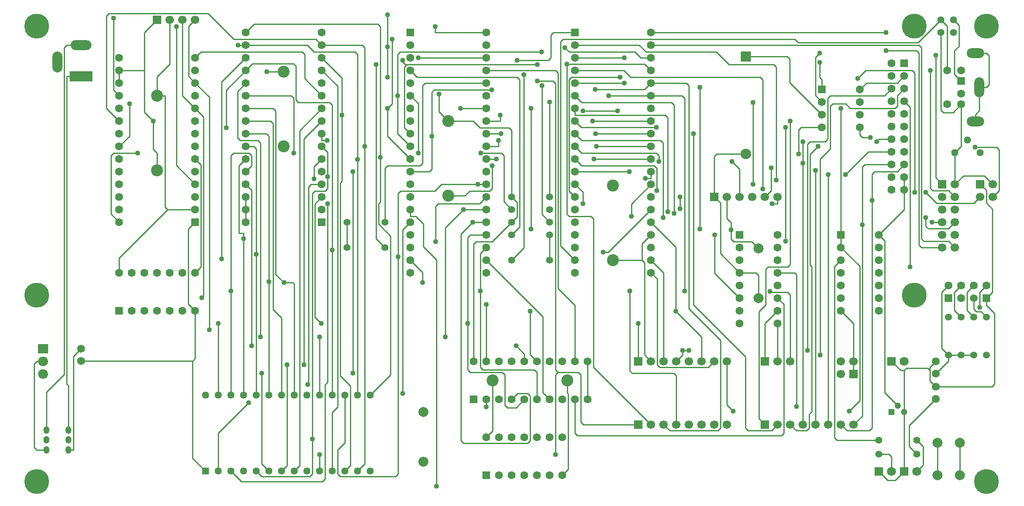
<source format=gbr>
%TF.GenerationSoftware,Novarm,DipTrace,4.3.0.4*%
%TF.CreationDate,2023-05-10T15:20:19+01:00*%
%FSLAX26Y26*%
%MOIN*%
%TF.FileFunction,Copper,L2,Bot*%
%TF.Part,Single*%
%TA.AperFunction,Conductor*%
%ADD13C,0.009843*%
%TA.AperFunction,ComponentPad*%
%ADD16R,0.062992X0.062992*%
%ADD17C,0.062992*%
%ADD18C,0.055118*%
%ADD19C,0.055118*%
%ADD20R,0.066929X0.066929*%
%ADD21C,0.066929*%
%ADD22C,0.07874*%
%ADD23R,0.051181X0.051181*%
%ADD24C,0.051181*%
%ADD25C,0.066929*%
%ADD26C,0.19685*%
%ADD27C,0.062992*%
%ADD28C,0.094488*%
%ADD29R,0.056693X0.056693*%
%ADD30C,0.056693*%
%ADD31O,0.137795X0.07874*%
%ADD32O,0.07874X0.15748*%
%ADD33R,0.070866X0.070866*%
%ADD34C,0.070866*%
%ADD35O,0.047244X0.06*%
%ADD36R,0.181102X0.07874*%
%ADD37O,0.165354X0.07874*%
%ADD38O,0.07874X0.165354*%
%ADD39R,0.07874X0.075*%
%ADD40O,0.07874X0.075*%
%ADD43C,0.056693*%
%ADD44C,0.06*%
%ADD45C,0.03937*%
%ADD46R,0.082677X0.082677*%
%ADD47C,0.082677*%
%TA.AperFunction,ViaPad*%
%ADD48C,0.04*%
G75*
G01*
%LPD*%
X7643701Y1395276D2*
D13*
X7743701Y1495276D1*
Y1543701D1*
X7843701D1*
X7743701D2*
X7689964Y1597437D1*
Y2039964D1*
X7743701Y2093701D1*
X7843701Y1543701D2*
X7943701D1*
X3718897Y3605197D2*
Y3468111D1*
X3793307Y3393701D1*
X7343701Y1143701D2*
X7239960Y1247441D1*
Y2447441D1*
X7193701Y2493701D1*
X1193701Y2194488D2*
Y2311615D1*
X1575787Y2693702D1*
X1556102Y2713387D1*
Y3593701D1*
X1494094D1*
X5897327Y2493701D2*
Y2190074D1*
X6093701Y1993701D1*
X7683465Y4093701D2*
Y3479720D1*
X7703149Y3460036D1*
X7777752D1*
X7843701Y3525984D1*
X7643701Y1195276D2*
X7434059Y985634D1*
Y819878D1*
X7493701Y760236D1*
X5393701Y2493701D2*
X5322244Y2422244D1*
Y2293701D1*
X5341929Y2274016D1*
Y1545472D1*
X5393701Y1493701D1*
X7394094Y3748425D2*
X7340355Y3694686D1*
X7095473D1*
X7044094Y3643307D1*
X6243701Y2387402D2*
X6189563Y2441540D1*
X6046854D1*
X6027169Y2461225D1*
Y2533705D1*
X4143701Y1343701D2*
Y943701D1*
X4093701Y893701D1*
X1794094Y2693701D2*
X1575787Y2693702D1*
X5093701Y2293701D2*
X5322244D1*
X2993701Y2593701D2*
Y2393701D1*
X4593701Y2293701D2*
Y2493701D1*
X2194094Y2793701D2*
Y2693701D1*
X4293701Y2593701D2*
X4139961Y2439961D1*
X4013386D1*
X3993701Y2420275D1*
Y1493701D1*
X4293701Y2793701D2*
X4336027Y2751374D1*
Y2636027D1*
X4293701Y2593701D1*
X3793307Y3393701D2*
X3989972D1*
X4043712Y3339961D1*
X4274016D1*
X4293701Y3320276D1*
Y2793701D1*
X7394094Y2848425D2*
Y2948425D1*
X7193701Y2493701D2*
X7394094Y2694094D1*
Y2848425D1*
X1494094Y3593701D2*
Y3743894D1*
X1593701Y3843500D1*
Y4193701D1*
X7793701Y2893701D2*
X7861615Y2961615D1*
X8025787D1*
X8093701Y2893701D1*
X7793701Y3143701D2*
Y2893701D1*
X7843701Y3525984D2*
Y3193701D1*
X7793701Y3143701D1*
X6027169Y2533705D2*
Y2591150D1*
X5993701Y2624618D1*
Y2793701D1*
X2194094Y2693701D2*
Y2593701D1*
X893701Y1593701D2*
X832086Y1532086D1*
Y793701D1*
X793701D1*
X4494838Y3709969D2*
X4620279D1*
X4639964Y3690284D1*
Y1425394D1*
X4659649Y1405709D1*
X4820279D1*
X4839964Y1386024D1*
Y1013386D1*
X4859649Y993701D1*
X5293701D1*
X4494838Y3839961D2*
X3466732D1*
X3451968D1*
X3431968Y3859961D1*
Y3874725D1*
X5393701Y3893701D2*
X5311512D1*
X5265252Y3939961D1*
X4748862D1*
X4714098Y3974725D1*
X4659649Y1405709D2*
X4639964Y1386024D1*
Y755119D1*
X2775492D2*
Y625984D1*
X3466732Y3839961D2*
X3447047Y3820276D1*
Y3339961D1*
X3493307Y3293701D1*
X2575492Y1225984D2*
Y2105311D1*
X2564153Y2116650D1*
X2494626D1*
X3589413D2*
Y2197595D1*
X3493307Y2293701D1*
X2494626Y2116650D2*
X2429941Y2181335D1*
Y3474016D1*
X2410256Y3493701D1*
X2194094D1*
X2375492Y1225984D2*
Y2124174D1*
Y3274016D1*
X2355807Y3293701D1*
X2194094D1*
X4093307Y2293701D2*
X4539964Y1847044D1*
Y1247437D1*
X4593701Y1193701D1*
X2794094Y2893701D2*
X2707819D1*
X2688130Y2874012D1*
Y1313785D1*
X2683838Y1309493D1*
X2216642Y1167800D2*
X1975492Y926649D1*
Y625984D1*
X4093307Y2393701D2*
X4047047Y2347441D1*
Y2049646D1*
X2075492Y1225984D2*
Y2049646D1*
X4047047D2*
Y1445079D1*
X4066732Y1425394D1*
X4474016D1*
X4493701Y1405709D1*
Y1193701D1*
X2075492Y2049646D2*
Y3120276D1*
X2095177Y3139961D1*
X2220669D1*
X2240354Y3120276D1*
Y3039960D1*
X2194094Y2993701D1*
X4093307Y2493701D2*
X3967126D1*
X3947441Y2474016D1*
Y1793524D1*
X2788130D2*
X2738287Y1843367D1*
Y2737893D1*
X2794094Y2793701D1*
X1975492Y1793524D2*
Y1225984D1*
X3947441Y1793524D2*
Y1425394D1*
X3967126Y1405709D1*
X4220279D1*
X4239964Y1386024D1*
Y1147441D1*
X4259649Y1127756D1*
X4327756D1*
X4393701Y1193701D1*
X2571181Y3139961D2*
Y3574016D1*
X2551496Y3593701D1*
X2194094D1*
X4293701Y1193701D2*
X4339965Y1239965D1*
X4420279D1*
X4439964Y1220280D1*
Y867126D1*
X4420279Y847441D1*
X3912677D1*
X3892992Y867126D1*
Y2499567D1*
X3987126Y2593701D1*
X4093307D1*
X5393701Y993701D2*
X4939964Y1447437D1*
Y2620276D1*
X4920279Y2639961D1*
X4747437D1*
X4727752Y2659646D1*
Y3843642D1*
X4529606Y3939961D2*
X3412283D1*
X3392598Y3920276D1*
Y3593701D1*
X2794094D2*
X2657972Y3729823D1*
Y3920276D1*
X2638287Y3939961D1*
X1840354D1*
X1794094Y3893701D1*
X4727752Y3843642D2*
X5343760D1*
X5393701Y3793701D1*
X3392598Y3593701D2*
Y3294410D1*
X3493307Y3193701D1*
X2794094Y3493701D2*
X2618602Y3318208D1*
Y669094D1*
X2575492Y625984D1*
X4954331Y3643544D2*
X5343544D1*
X5393701Y3693701D1*
X3348153Y4039961D2*
Y3528464D1*
X3313390Y3493701D1*
X5393701Y3693701D2*
X5674094D1*
X5693779Y3674016D1*
Y1909808D1*
X5941929Y1661658D1*
Y965154D1*
X5922244Y945469D1*
X5541933D1*
X5493701Y993701D1*
X3313390Y3493701D2*
Y3273618D1*
X3493307Y3093701D1*
X4136681Y3639961D2*
X3680791D1*
X3661106Y3620276D1*
Y3274725D1*
X5659016Y2049646D2*
Y3574016D1*
X5639331Y3593701D1*
X5393701D1*
X5225787Y2049646D2*
Y1418302D1*
X5245472Y1398617D1*
X5574014D1*
X5593701Y1378930D1*
Y993701D1*
X2794094Y3393701D2*
X2653366Y3252972D1*
Y1468252D1*
X2518602D2*
Y669094D1*
X2475492Y625984D1*
X3661106Y3274725D2*
Y3013386D1*
X3641421Y2993701D1*
X3493307D1*
X5393701Y3593701D2*
X5058937D1*
X2375492Y625984D2*
X2318602Y682874D1*
Y1398725D1*
X3038287Y2994410D2*
Y1398725D1*
X2837468Y3239961D2*
X2794094D1*
Y3293701D1*
Y3193701D2*
X2840354Y3147441D1*
Y2953390D1*
X2718602Y879410D2*
Y602560D1*
X2698917Y582875D1*
X2318602D1*
X2275492Y625984D1*
X2840354Y2953390D2*
Y2859646D1*
X2820669Y2839961D1*
X2738287D1*
X2718602Y2820276D1*
Y879410D1*
X3493307Y2693701D2*
Y2639961D1*
X3536681D1*
X3596142Y2580500D1*
Y2398705D1*
X3698661Y2296186D1*
Y508071D1*
X2732756Y2937075D2*
Y3032362D1*
X2794094Y3093701D1*
X2840354Y2739961D2*
Y1329138D1*
X2818602Y1307386D1*
Y563189D1*
X2798917Y543504D1*
X2157973D1*
X2075492Y625984D1*
X3493307Y2593701D2*
X3431972Y2532366D1*
Y1239965D1*
X2175492Y1225984D2*
Y2462599D1*
Y2508300D1*
X2140728D1*
Y3040334D1*
X2194094Y3093701D1*
X2275492Y1225984D2*
Y2339965D1*
Y3174016D1*
X2255807Y3193701D1*
X2194094D1*
X1794094Y3093701D2*
X1840354Y3047441D1*
Y2241142D1*
X1793701Y2194488D1*
X4855039Y2739961D2*
Y2832362D1*
X4793701Y2893701D1*
X6348933Y2739961D2*
X6393701D1*
Y2793701D1*
X2794094Y3793701D2*
X2918602Y3669193D1*
Y1132422D1*
X2875492Y1089311D1*
Y625984D1*
X6492256Y3393701D2*
Y2259650D1*
X6472571Y2239965D1*
X6317523D1*
X6297838Y2220280D1*
Y1939575D1*
X6245472Y1887209D1*
Y1041929D1*
X6293701Y993701D1*
X5393701Y3393701D2*
X4933779D1*
X4093307D2*
X4202996D1*
Y3439961D1*
X3311795Y3739961D2*
Y3979016D1*
X1147831Y4207166D2*
Y3639964D1*
X1194094Y3593701D1*
X3311795Y3979016D2*
Y4233859D1*
X5728543Y3293701D2*
Y1939965D1*
X6139960Y1528548D1*
Y965155D1*
X6159646Y945469D1*
X6345469D1*
X6393701Y993701D1*
X2794094Y3893701D2*
X2953366Y3734429D1*
Y3439961D1*
X5393701Y3293701D2*
X4956386D1*
X4093307D2*
X4209098D1*
X2953366Y3439961D2*
Y2917068D1*
X2938287Y2901989D1*
Y1378894D1*
X3018602Y1298579D1*
Y669094D1*
X2975492Y625984D1*
X3075492D2*
X3132890Y683382D1*
Y3193386D1*
X6713071Y3194686D2*
X6648149Y3129764D1*
Y2257359D1*
X6663228Y2242280D1*
Y1095233D1*
X6641929Y1073934D1*
Y965154D1*
X6622244Y945469D1*
X6541933D1*
X6493701Y993701D1*
X5393701Y3193701D2*
X4961354D1*
X4093307D2*
X4188791D1*
Y3239961D1*
X2794094Y3993701D2*
X2747835Y4039961D1*
X2097992D1*
X1896023Y4241930D1*
X1113067D1*
X1093382Y4222245D1*
Y3494413D1*
X1194094Y3393701D1*
X3132890Y3193386D2*
Y3974012D1*
X3113201Y3993701D1*
X2794094D1*
X2194094Y4093701D2*
X2260039Y4159646D1*
X3237661D1*
X3257346Y4139961D1*
Y3106890D1*
X6593701Y3229449D2*
Y3059646D1*
X5393701Y3093701D2*
X4944248D1*
X4093307D2*
X4174335D1*
X7174964Y3229449D2*
X7193941Y3248425D1*
X7294094D1*
X3257346Y3106890D2*
Y2754464D1*
X3242268Y2739386D1*
Y2578571D1*
X3336027Y2484812D1*
Y1386519D1*
X3175492Y1225984D1*
X6593701Y3059646D2*
Y993701D1*
X3075492Y1225984D2*
Y3090123D1*
X1275118Y3528465D2*
Y3274724D1*
X1194094Y3193701D1*
X6693701Y3003481D2*
Y993701D1*
X5350327Y2939961D2*
X5393701D1*
Y2993701D1*
X2194094Y3993701D2*
X2132752D1*
X3075492Y3090123D2*
Y3920276D1*
X3055807Y3939961D1*
X2731744D1*
X2678004Y3993701D1*
X2194094D1*
X4093307Y2893701D2*
X4026854D1*
X6793701Y2968717D2*
Y993701D1*
X5393701Y2893701D2*
X5238134Y2738134D1*
Y2639961D1*
X2194094Y3893701D2*
X2003523Y3703129D1*
Y2302914D1*
X6928464Y2968717D2*
X7108173Y3148425D1*
X7294094D1*
X3397209Y2320280D2*
Y602561D1*
X3377523Y582875D1*
X2938287D1*
X2918602Y602560D1*
Y793366D1*
X2975492Y850255D1*
Y1225984D1*
X4026854Y2893701D2*
X3738484D1*
X3684744Y2839961D1*
X3416894D1*
X3397209Y2820276D1*
Y2320280D1*
X2038287Y3339961D2*
Y3637893D1*
X2194094Y3793701D1*
X7394094Y3048425D2*
X7340355Y2994686D1*
X7159922D1*
X7140236Y2975000D1*
Y2768229D1*
X4093307Y2793701D2*
X4039567Y2739961D1*
X3711618D1*
X3691933Y2720276D1*
Y2439961D1*
X5624252Y2793701D2*
Y2698701D1*
X2875492Y2374725D2*
Y1225984D1*
X2194094Y3793701D2*
X2246653Y3846260D1*
X2571181D1*
X2590866Y3826575D1*
Y3559646D1*
X2610551Y3539961D1*
X2855807D1*
X2875492Y3520276D1*
Y2374725D1*
X7140236Y2768229D2*
Y965154D1*
X7120551Y945469D1*
X6941933D1*
X6893701Y993701D1*
X6993701D2*
X7061618Y1061618D1*
Y2574725D1*
X4093307Y2693701D2*
X3911417D1*
X5393701D2*
X5055709Y2355709D1*
X5016618D1*
X2194094Y3693701D2*
X2128146Y3627752D1*
Y3259646D1*
X2147831Y3239961D1*
X2290571D1*
X2310256Y3220276D1*
Y1685591D1*
X2775492D2*
Y1225984D1*
X7061618Y2574725D2*
Y3028741D1*
X7081303Y3048425D1*
X7294094D1*
X3911417Y2693701D2*
X3768523Y2550807D1*
Y1685591D1*
X7293701Y1493701D2*
X7365547Y1421855D1*
X7393705D1*
X7413390Y1441540D1*
X7577756D1*
X7597441Y1421855D1*
Y1339960D1*
X7643701Y1293701D1*
X7693701Y2893701D2*
X7641142Y2946259D1*
Y3914371D1*
X6143701Y3134176D2*
X5913389D1*
X5893701Y3114487D1*
Y2793701D1*
X1875492Y625984D2*
X1774015Y727461D1*
Y1495276D1*
X893701D1*
X6993701Y1393701D2*
Y1493701D1*
X4734252Y1343701D2*
Y1242822D1*
X4739964Y1237110D1*
Y639964D1*
X4693701Y593701D1*
X1493701Y4193701D2*
X1392712Y4092712D1*
Y3793701D1*
Y3463229D1*
X1462240Y3393701D1*
X593701Y1493701D2*
X541437D1*
X521748Y1474012D1*
Y813386D1*
X541433Y793701D1*
X620472D1*
X1774015Y1495276D2*
X1793701Y1514961D1*
Y1894488D1*
X7193701Y624606D2*
X7263583Y554725D1*
X7323819D1*
X7393701Y624606D1*
X4893701Y1193701D2*
Y1493701D1*
X7832283Y849606D2*
Y593701D1*
X1194094Y3693701D2*
Y3793701D1*
X7597441Y1421855D2*
Y1447441D1*
X7643701Y1493701D1*
X6558937Y3134178D2*
Y3323622D1*
X6578623Y3343307D1*
X6744094D1*
X5293701Y1493701D2*
Y1793701D1*
X2494094Y3784252D2*
X2360976D1*
X3793307Y2803150D2*
X3924275D1*
X3961086Y2839961D1*
X4119886D1*
X4139571Y2859646D1*
Y3039961D1*
X4793701Y4093701D2*
X4623500D1*
X4603815Y4074016D1*
Y3894410D1*
X4584130Y3874725D1*
X4336027D1*
X8043701Y1993701D2*
X8089964Y2039964D1*
Y2698229D1*
X8041929Y2746264D1*
Y2845472D1*
X7993701Y2893701D1*
X7643701Y1293701D2*
X8086023D1*
X8105712Y1313390D1*
Y1874702D1*
X8043701Y1936713D1*
Y1993701D1*
X6093701Y2193701D2*
X6224016D1*
X6243701Y2174016D1*
Y1993701D1*
X5893701Y2793701D2*
X5941933Y2745468D1*
Y2345468D1*
X6093701Y2193701D1*
X6993701Y1493701D2*
Y1793701D1*
X6893701Y1893701D1*
X1462240Y3393701D2*
Y3170256D1*
X1494094Y3138401D1*
Y3003150D1*
X1793701Y1894488D2*
X1739960Y1948229D1*
Y2539566D1*
X1794094Y2593701D1*
X7393701Y1093701D2*
X7393705Y1421855D1*
X7393701Y624606D2*
Y1093701D1*
X1194094Y3793701D2*
X1392712D1*
X4593701Y2593701D2*
X4531693Y2655708D1*
Y3674725D1*
X7564335Y2828465D2*
X7650870Y2741930D1*
X7941930D1*
X7993701Y2793701D1*
X7024413Y3729449D2*
X7089650Y3794686D1*
X7455436D1*
X7475122Y3775000D1*
Y2828465D1*
X5778622Y3658938D2*
Y2539961D1*
X4593701Y2793701D2*
Y3543544D1*
X7952551Y3186812D2*
X8122243D1*
X8141929Y3167126D1*
Y2841929D1*
X8093701Y2793701D1*
X7125122Y3264213D2*
X7063780D1*
X7044094Y3283898D1*
Y3343307D1*
X4855039Y3474725D2*
X5128464D1*
X4093701Y1493701D2*
Y1944571D1*
X6393701Y1893701D2*
X6293701Y1793701D1*
Y1493701D1*
X6393701Y1793701D2*
Y1493701D1*
X6332602Y2047839D2*
X6340476Y2039965D1*
X6474016D1*
X6493701Y2020280D1*
Y1493701D1*
X7440358Y2239961D2*
Y3502162D1*
X7394094Y3548425D1*
X6393701Y2193701D2*
X6527878D1*
X6541929Y2179650D1*
Y1135749D1*
X4093701Y1193701D2*
Y1132363D1*
X6033149Y3074725D2*
X6093701Y3014173D1*
Y2793701D1*
X5455039Y3074725D2*
Y3120276D1*
X5435354Y3139961D1*
X4847441D1*
X4793701Y3193701D1*
X5439960Y2843544D2*
Y3020276D1*
X5420275Y3039961D1*
X4847441D1*
X4793701Y3093701D1*
X6143701Y3901892D2*
X6470165D1*
X6489853Y3882205D1*
Y3697548D1*
X6744094Y3443307D1*
X4093307Y3693701D2*
X3609098D1*
X3589413Y3674016D1*
Y3059646D1*
X3569728Y3039961D1*
X3313389D1*
X3293701Y3020272D1*
Y2593701D1*
X4390476Y3758938D2*
Y2390476D1*
X4293701Y2293701D1*
X3222583Y3839961D2*
Y2464818D1*
X3293701Y2393701D1*
X3554649Y3893701D2*
X4093307D1*
X7293701Y624606D2*
Y740551D1*
X7274015Y760236D1*
X7193701D1*
X7493701Y624606D2*
X7543897Y674803D1*
Y821457D1*
X7493701Y871654D1*
X893701Y3745669D2*
X778543D1*
Y1315173D1*
X793701Y1300015D1*
Y951181D1*
X893701Y3993701D2*
X778542D1*
X758858Y3974017D1*
Y1389072D1*
X620472Y1250686D1*
Y951181D1*
X5489803Y2628465D2*
Y3220276D1*
X5470118Y3239961D1*
X4847441D1*
X4793701Y3293701D1*
X7250724Y3949134D2*
X7490201D1*
X7509886Y3929449D1*
Y2413386D1*
X7529571Y2393701D1*
X7693701D1*
X7250724Y4093701D2*
X5393701D1*
X7793701Y2393701D2*
X7745472Y2441930D1*
X7549256D1*
X7529571Y2461615D1*
Y3974016D1*
X7509886Y3993701D1*
X5393701D1*
X6381468Y2927016D2*
Y3820276D1*
X6361783Y3839961D1*
X6008980D1*
X5908980Y3939961D1*
X5354622D1*
X5300882Y3993701D1*
X4793701D1*
X7599098Y3794686D2*
Y2861615D1*
X7618783Y2841930D1*
X7745472D1*
X7793701Y2793701D1*
X5182913Y3893701D2*
X4793701D1*
X6276697Y2857008D2*
Y3720276D1*
X6257012Y3739961D1*
X5232949D1*
X5179209Y3793701D1*
X4793701D1*
X6199807Y3539961D2*
Y2891772D1*
X5183394Y3693701D2*
X4793701D1*
X5574409Y2663938D2*
Y3520276D1*
X5554724Y3539961D1*
X4847441D1*
X4793701Y3593701D1*
X7693701Y2593701D2*
X7614177D1*
X7564335Y2629174D2*
Y2561615D1*
X7584020Y2541930D1*
X7741930D1*
X7793701Y2593701D1*
X5524567Y2678308D2*
Y3420276D1*
X5504882Y3439961D1*
X4793701D1*
Y3493701D1*
X6457012Y3343863D2*
Y2443705D1*
X5437075Y3343863D2*
X4843539D1*
X4793701Y3393701D1*
X7193701Y871654D2*
X6861614D1*
X6841929Y891339D1*
Y2241929D1*
X6893701Y2293701D1*
X6726378Y3856299D2*
Y3737796D1*
X6744094Y3720079D1*
Y3643307D1*
X6726378Y3931102D2*
X6691929Y3896654D1*
Y3595472D1*
X6744094Y3543307D1*
X7943701Y2093701D2*
X7889964Y2039964D1*
Y1897437D1*
X7943701Y1843701D1*
Y1993701D2*
Y1905709D1*
X7963386Y1886024D1*
X8001378D1*
X8043701Y1843701D1*
X7843701Y2093701D2*
X7789964Y2039964D1*
Y1897437D1*
X7843701Y1843701D1*
X4793701Y1493701D2*
Y1935110D1*
X4659649Y2069162D1*
Y3774016D1*
X4639964Y3793701D1*
X4093307D1*
X7733465D2*
Y4143701D1*
X7683465Y4193701D1*
X7503149Y4013386D1*
X6554910D1*
X6528335Y4039961D1*
X4699020D1*
X4679335Y4020276D1*
Y2408066D1*
X4793701Y2293701D1*
X5148149Y3739961D2*
X4767122D1*
X4747437Y3720276D1*
Y2839964D1*
X4793701Y2793701D1*
X7783465Y4193701D2*
X7825787Y4151378D1*
Y3983662D1*
X7791027Y3948902D1*
Y3763697D1*
X7843701Y3711024D1*
X1793701Y4193701D2*
X1741929Y4141929D1*
Y3745866D1*
X1794094Y3693701D1*
X7989964Y1920788D2*
Y2039964D1*
X8043701Y2093701D1*
X1794094Y3693701D2*
X1905921Y3581874D1*
Y1743682D1*
X5393701Y2293701D2*
X5493701Y2193701D1*
Y1493701D1*
X4447397Y2539961D2*
Y3493701D1*
X4093307D2*
X3890079D1*
X1339984Y3139961D2*
X1147831D1*
X1128146Y3120276D1*
Y2659649D1*
X1194094Y2593701D1*
X6341933Y3024882D2*
Y2841933D1*
X6293701Y2793701D1*
X5222520Y2993701D2*
X4793701D1*
X6393701Y1993701D2*
X6441929Y1945472D1*
Y925784D1*
X6422244Y906099D1*
X4813390D1*
X4793701Y925788D1*
Y1193701D1*
X1844960Y1995197D2*
X1860039Y2010276D1*
Y3427756D1*
X1794094Y3493701D1*
X1693701Y3594094D1*
Y4193701D1*
X7955906Y3390157D2*
Y3444291D1*
X7987402Y3475787D1*
Y3659843D1*
X8041539D1*
X8061224Y3679528D1*
Y3909843D1*
X8041539Y3929528D1*
X7955906D1*
X3493307Y3793701D2*
X3547047Y3739961D1*
X4336027D1*
X4355712Y3720276D1*
Y2555712D1*
X4293701Y2493701D1*
X5393701Y2193701D2*
X5441929Y2145472D1*
Y1465154D1*
X5461614Y1445469D1*
X5845469D1*
X5893701Y1493701D1*
X3554649Y3139961D2*
Y3532359D1*
X3493307Y3593701D1*
X4049933Y3139961D2*
X4212012D1*
X4231697Y3120276D1*
Y2755704D1*
X4293701Y2693701D1*
X2475492Y1225984D2*
Y1837001D1*
X2410256Y1902237D1*
Y3374016D1*
X2390571Y3393701D1*
X2194094D1*
X6628464Y1581300D2*
Y3209764D1*
X6648149Y3229449D1*
X6770673D1*
X6790358Y3249134D1*
Y3575001D1*
X6810043Y3594686D1*
X7240355D1*
X7294094Y3648425D1*
X5593701Y1493701D2*
X5643543Y1543543D1*
Y1581300D1*
X5693386D1*
X1645476Y4139961D2*
Y3042319D1*
X1794094Y2893701D1*
X4093307Y4093701D2*
X3688157D1*
Y4139961D1*
X6893701Y3493701D2*
Y2493701D1*
X6041929Y1100985D2*
X5993701Y1149213D1*
Y1493701D1*
X7655118Y849606D2*
Y593701D1*
X6893701Y2393701D2*
X7041933Y2245468D1*
Y1183981D1*
X6958937Y1100985D1*
X6893701Y2493701D2*
Y2393701D1*
X4393701Y1493701D2*
Y1550822D1*
X4328460Y1616063D1*
X2240354D2*
Y2847441D1*
X2194094Y2893701D1*
X6728464Y1541930D2*
Y3092607D1*
X6810043Y3174186D1*
Y3508780D1*
X6829728Y3528465D1*
X6931260D1*
X6965039Y3494686D1*
X7320673D1*
X7340358Y3514371D1*
Y3594689D1*
X7394094Y3648425D1*
X5793701Y1493701D2*
Y1685906D1*
X5589484Y1890123D1*
X4439964D2*
Y1547437D1*
X4493701Y1493701D1*
X5589484Y1890123D2*
Y2397917D1*
X5393701Y2593701D1*
D48*
X3718897Y3605197D3*
X6027169Y2533705D3*
X5897327Y2493701D3*
X4494838Y3709969D3*
X4714098Y3974725D3*
X4639964Y755119D3*
X2775492D3*
X3431968Y3874725D3*
X4494838Y3839961D3*
X3589413Y2116650D3*
X2494626D3*
X2375492Y2124174D3*
X2683838Y1309493D3*
X2216642Y1167800D3*
X4047047Y2049646D3*
X2075492D3*
X3947441Y1793524D3*
X1975492D3*
X2788130D3*
X2571181Y3139961D3*
X3987126Y2593701D3*
X3392598Y3593701D3*
X4529606Y3939961D3*
X4727752Y3843642D3*
X4954331Y3643544D3*
X3348153Y4039961D3*
X3313390Y3493701D3*
X3661106Y3274725D3*
X5058937Y3593701D3*
X4136681Y3639961D3*
X5659016Y2049646D3*
X5225787D3*
X2653366Y1468252D3*
X2518602D3*
X2318602Y1398725D3*
X3038287D3*
X2837468Y3239961D3*
X3038287Y2994410D3*
X2718602Y879410D3*
X2840354Y2953390D3*
X3698661Y508071D3*
X2732756Y2937075D3*
X3431972Y1239965D3*
X2840354Y2739961D3*
X2175492Y2462599D3*
X2275492Y2339965D3*
X4855039Y2739961D3*
X6348933D3*
X6492256Y3393701D3*
X4933779D3*
X4202996Y3439961D3*
X3311795Y4233859D3*
X1147831Y4207166D3*
X3311795Y3739961D3*
Y3979016D3*
X5728543Y3293701D3*
X4956386D3*
X4209098D3*
X2953366Y3439961D3*
X6713071Y3194686D3*
X3132890Y3193386D3*
X4961354Y3193701D3*
X4188791Y3239961D3*
X3257346Y3106890D3*
X4944248Y3093701D3*
X4174335D3*
X6593701Y3229449D3*
X7174964D3*
X6593701Y3059646D3*
X3075492Y3090123D3*
X1275118Y3528465D3*
X2132752Y3993701D3*
X6693701Y3003481D3*
X5350327Y2939961D3*
X6793701Y2968717D3*
X5238134Y2639961D3*
X4026854Y2893701D3*
X2003523Y2302914D3*
X3397209Y2320280D3*
X6928464Y2968717D3*
X2875492Y2374725D3*
X3691933Y2439961D3*
X2038287Y3339961D3*
X7140236Y2768229D3*
X5624252Y2698701D3*
Y2793701D3*
X3911417Y2693701D3*
X5016618Y2355709D3*
X2310256Y1685591D3*
X3768523D3*
X2775492D3*
X7061618Y2574725D3*
X7641142Y3914371D3*
X6558937Y3134178D3*
X5293701Y1793701D3*
X2360976Y3784252D3*
X4139571Y3039961D3*
X4336027Y3874725D3*
X1462240Y3393701D3*
X4531693Y3674725D3*
X7564335Y2828465D3*
X7475122D3*
X5778622Y2539961D3*
Y3658938D3*
X7024413Y3729449D3*
X7952551Y3186812D3*
X7125122Y3264213D3*
X5128464Y3474725D3*
X4855039D3*
X4593701Y3543544D3*
X4093701Y1944571D3*
X6332602Y2047839D3*
X7440358Y2239961D3*
X6541929Y1135749D3*
X4093701Y1132363D3*
X6033149Y3074725D3*
X5455039D3*
X5439960Y2843544D3*
X4390476Y3758938D3*
X3222583Y3839961D3*
X3554649Y3893701D3*
X5489803Y2628465D3*
X7250724Y3949134D3*
Y4093701D3*
X6381468Y2927016D3*
X7599098Y3794686D3*
X5182913Y3893701D3*
X6276697Y2857008D3*
X6199807Y2891772D3*
Y3539961D3*
X5183394Y3693701D3*
X5574409Y2663938D3*
X7614177Y2593701D3*
X7564335Y2629174D3*
X5524567Y2678308D3*
X6457012Y2443705D3*
Y3343863D3*
X5437075D3*
X5148149Y3739961D3*
X1905921Y1743682D3*
X7989964Y1920788D3*
X4447397Y3493701D3*
Y2539961D3*
X3890079Y3493701D3*
X1339984Y3139961D3*
X6341933Y3024882D3*
X5222520Y2993701D3*
X1844960Y1995197D3*
X3554649Y3139961D3*
X4049933D3*
X6628464Y1581300D3*
X5693386D3*
X5643543D3*
X1645476Y4139961D3*
X3688157D3*
X6893701Y3493701D3*
X6958937Y1100985D3*
X6041929D3*
X4328460Y1616063D3*
X2240354D3*
X6728464Y1541930D3*
X5589484Y1890123D3*
X4439964D3*
D16*
X1193701Y1894488D3*
D17*
X1293701D3*
X1393701D3*
X1493701D3*
X1593701D3*
X1693701D3*
X1793701D3*
Y2194488D3*
X1693701D3*
X1593701D3*
X1493701D3*
X1393701D3*
X1293701D3*
X1193701D3*
D16*
X2794094Y2593701D3*
D17*
Y2693701D3*
Y2793701D3*
Y2893701D3*
Y2993701D3*
Y3093701D3*
Y3193701D3*
Y3293701D3*
Y3393701D3*
Y3493701D3*
Y3593701D3*
Y3693701D3*
Y3793701D3*
Y3893701D3*
Y3993701D3*
Y4093701D3*
X2194094D3*
Y3993701D3*
Y3893701D3*
Y3793701D3*
Y3693701D3*
Y3593701D3*
Y3493701D3*
Y3393701D3*
Y3293701D3*
Y3193701D3*
Y3093701D3*
Y2993701D3*
Y2893701D3*
Y2793701D3*
Y2693701D3*
Y2593701D3*
D18*
X4593701D3*
D19*
X4293701D3*
D16*
X4793701Y4093701D3*
D17*
Y3993701D3*
Y3893701D3*
Y3793701D3*
Y3693701D3*
Y3593701D3*
Y3493701D3*
Y3393701D3*
Y3293701D3*
Y3193701D3*
Y3093701D3*
Y2993701D3*
Y2893701D3*
Y2793701D3*
Y2693701D3*
Y2593701D3*
Y2493701D3*
Y2393701D3*
Y2293701D3*
Y2193701D3*
X5393701D3*
Y2293701D3*
Y2393701D3*
Y2493701D3*
Y2593701D3*
Y2693701D3*
Y2793701D3*
Y2893701D3*
Y2993701D3*
Y3093701D3*
Y3193701D3*
Y3293701D3*
Y3393701D3*
Y3493701D3*
Y3593701D3*
Y3693701D3*
Y3793701D3*
Y3893701D3*
Y3993701D3*
Y4093701D3*
D20*
X6293701Y993701D3*
D21*
X6393701D3*
X6493701D3*
X6593701D3*
X6693701D3*
X6793701D3*
X6893701D3*
X6993701D3*
D20*
X6293701Y1493701D3*
D21*
X6393701D3*
X6493701D3*
D22*
X7655118Y593701D3*
Y849606D3*
X7832283Y593701D3*
Y849606D3*
D20*
X6993701Y1393701D3*
D21*
X6893701D3*
X6993701Y1493701D3*
X6893701D3*
D23*
X7293701Y1093701D3*
D24*
X7343701Y1143701D3*
X7393701Y1093701D3*
D22*
X6243701Y1993701D3*
Y2387402D3*
D20*
X7693701Y2893701D3*
D21*
X7793701D3*
X7693701Y2793701D3*
X7793701D3*
X7693701Y2693701D3*
X7793701D3*
X7693701Y2593701D3*
X7793701D3*
X7693701Y2493701D3*
X7793701D3*
X7693701Y2393701D3*
X7793701D3*
D20*
X5893701Y2793701D3*
D25*
X5993701D3*
X6093701D3*
X6193701D3*
X6293701D3*
X6393701D3*
D26*
X543701Y4143701D3*
Y2017717D3*
X7472835Y4143701D3*
Y2017717D3*
D16*
X7394094Y3848425D3*
D27*
X7294094D3*
X7394094Y3748425D3*
X7294094D3*
X7394094Y3648425D3*
X7294094D3*
X7394094Y3548425D3*
X7294094D3*
X7394094Y3448425D3*
X7294094D3*
X7394094Y3348425D3*
X7294094D3*
X7394094Y3248425D3*
X7294094D3*
X7394094Y3148425D3*
X7294094D3*
X7394094Y3048425D3*
X7294094D3*
X7394094Y2948425D3*
X7294094D3*
X7394094Y2848425D3*
X7294094D3*
D20*
X5293701Y1493701D3*
D21*
X5393701D3*
X5493701D3*
X5593701D3*
X5693701D3*
X5793701D3*
X5893701D3*
X5993701D3*
D18*
X7743701Y1843701D3*
D19*
Y1543701D3*
D16*
X3493307Y4093701D3*
D17*
Y3993701D3*
Y3893701D3*
Y3793701D3*
Y3693701D3*
Y3593701D3*
Y3493701D3*
Y3393701D3*
Y3293701D3*
Y3193701D3*
Y3093701D3*
Y2993701D3*
Y2893701D3*
Y2793701D3*
Y2693701D3*
Y2593701D3*
Y2493701D3*
Y2393701D3*
Y2293701D3*
Y2193701D3*
X4093307D3*
Y2293701D3*
Y2393701D3*
Y2493701D3*
Y2593701D3*
Y2693701D3*
Y2793701D3*
Y2893701D3*
Y2993701D3*
Y3093701D3*
Y3193701D3*
Y3293701D3*
Y3393701D3*
Y3493701D3*
Y3593701D3*
Y3693701D3*
Y3793701D3*
Y3893701D3*
Y3993701D3*
Y4093701D3*
D18*
X2993701Y2593701D3*
D19*
X3293701D3*
D28*
X2494094Y3193701D3*
Y3784252D3*
X4143701Y1343701D3*
X4734252D3*
D18*
X8043701Y1543701D3*
D19*
Y1843701D3*
D16*
X6893701Y2493701D3*
D17*
Y2393701D3*
Y2293701D3*
Y2193701D3*
Y2093701D3*
Y1993701D3*
Y1893701D3*
X7193701D3*
Y1993701D3*
Y2093701D3*
Y2193701D3*
Y2293701D3*
Y2393701D3*
Y2493701D3*
D18*
Y871654D3*
D19*
X7493701D3*
D18*
X7683465Y4193701D3*
D19*
Y4093701D3*
D29*
X1875492Y625984D3*
D30*
X1975492D3*
X2075492D3*
X2175492D3*
X2275492D3*
X2375492D3*
X2475492D3*
X2575492D3*
X2675492D3*
X2775492D3*
X2875492D3*
X2975492D3*
X3075492D3*
X3175492D3*
Y1225984D3*
X3075492D3*
X2975492D3*
X2875492D3*
X2775492D3*
X2675492D3*
X2575492D3*
X2475492D3*
X2375492D3*
X2275492D3*
X2175492D3*
X2075492D3*
X1975492D3*
X1875492D3*
D16*
X4093701Y593701D3*
D17*
X4193701D3*
X4293701D3*
X4393701D3*
X4493701D3*
X4593701D3*
X4693701D3*
Y893701D3*
X4593701D3*
X4493701D3*
X4393701D3*
X4293701D3*
X4193701D3*
X4093701D3*
D16*
X7843701Y3711024D3*
D27*
Y3608661D3*
Y3793701D3*
Y3525984D3*
X7733465Y3793701D3*
Y3525984D3*
D31*
X7955906Y3390157D3*
D32*
X7987402Y3659843D3*
D31*
X7955906Y3929528D3*
D18*
X7783465Y4193701D3*
D19*
Y4093701D3*
D18*
X4593701Y2793701D3*
D19*
X4293701D3*
D18*
X7943701Y1843701D3*
D19*
Y1543701D3*
D26*
X543701Y543701D3*
D33*
X7293701Y1493701D3*
D34*
X7393701D3*
D28*
X1494094Y3593701D3*
Y3003150D3*
D20*
X1493701Y4193701D3*
D21*
X1593701D3*
X1693701D3*
X1793701D3*
D20*
X5293701Y993701D3*
D21*
X5393701D3*
X5493701D3*
X5593701D3*
X5693701D3*
X5793701D3*
X5893701D3*
X5993701D3*
D35*
X620472Y872441D3*
X793701D3*
X620472Y951181D3*
Y793701D3*
X793701Y951181D3*
Y793701D3*
D36*
X893701Y3745669D3*
D37*
Y3993701D3*
D38*
X704724Y3859843D3*
D39*
X593701Y1593701D3*
D40*
Y1493701D3*
Y1393701D3*
D27*
X7643701Y1195276D3*
Y1293701D3*
D18*
X7493701Y760236D3*
D19*
X7193701D3*
D18*
X4593701Y2293701D3*
D19*
X4293701D3*
D18*
X4593701Y2493701D3*
D19*
X4293701D3*
D16*
X6744094Y3643307D3*
D17*
Y3543307D3*
Y3443307D3*
Y3343307D3*
X7044094D3*
Y3443307D3*
Y3543307D3*
Y3643307D3*
D27*
X893701Y1593701D3*
Y1495276D3*
D18*
X7843701Y1843701D3*
D19*
Y1543701D3*
D16*
X3993701Y1193701D3*
D17*
X4093701D3*
X4193701D3*
X4293701D3*
X4393701D3*
X4493701D3*
X4593701D3*
X4693701D3*
X4793701D3*
X4893701D3*
Y1493701D3*
X4793701D3*
X4693701D3*
X4593701D3*
X4493701D3*
X4393701D3*
X4293701D3*
X4193701D3*
X4093701D3*
X3993701D3*
D22*
X3594685Y700984D3*
Y1094685D3*
D16*
X6093701Y2493701D3*
D17*
Y2393701D3*
Y2293701D3*
Y2193701D3*
Y2093701D3*
Y1993701D3*
Y1893701D3*
Y1793701D3*
X6393701D3*
Y1893701D3*
Y1993701D3*
Y2093701D3*
Y2193701D3*
Y2293701D3*
Y2393701D3*
Y2493701D3*
D33*
X7393701Y624606D3*
D34*
X7493701D3*
D26*
X8043701Y543701D3*
D33*
X7193701Y624606D3*
D34*
X7293701D3*
D43*
X7793701Y3143701D3*
X7893701Y3243701D3*
X7993701Y3143701D3*
D16*
X7743701Y1993701D3*
D27*
X7843701D3*
D44*
X7943701D3*
D16*
X8043701D3*
D27*
Y2093701D3*
X7943701D3*
X7843701D3*
X7743701D3*
D45*
X6726378Y3856299D3*
Y3931102D3*
D16*
X1794094Y2593701D3*
D17*
Y2693701D3*
Y2793701D3*
Y2893701D3*
Y2993701D3*
Y3093701D3*
Y3193701D3*
Y3293701D3*
Y3393701D3*
Y3493701D3*
Y3593701D3*
Y3693701D3*
Y3793701D3*
Y3893701D3*
X1194094D3*
Y3793701D3*
Y3693701D3*
Y3593701D3*
Y3493701D3*
Y3393701D3*
Y3293701D3*
Y3193701D3*
Y3093701D3*
Y2993701D3*
Y2893701D3*
Y2793701D3*
Y2693701D3*
Y2593701D3*
D26*
X8043701Y4143701D3*
D20*
X7993701Y2893701D3*
D21*
X8093701D3*
X7993701Y2793701D3*
X8093701D3*
D28*
X5093701Y2293701D3*
Y2884252D3*
D18*
X4593701Y2693701D3*
D19*
X4293701D3*
D18*
X2993701Y2393701D3*
D19*
X3293701D3*
D28*
X3793307Y3393701D3*
Y2803150D3*
D27*
X7643701Y1395276D3*
Y1493701D3*
D46*
X6143701Y3901892D3*
D47*
Y3134176D3*
M02*

</source>
